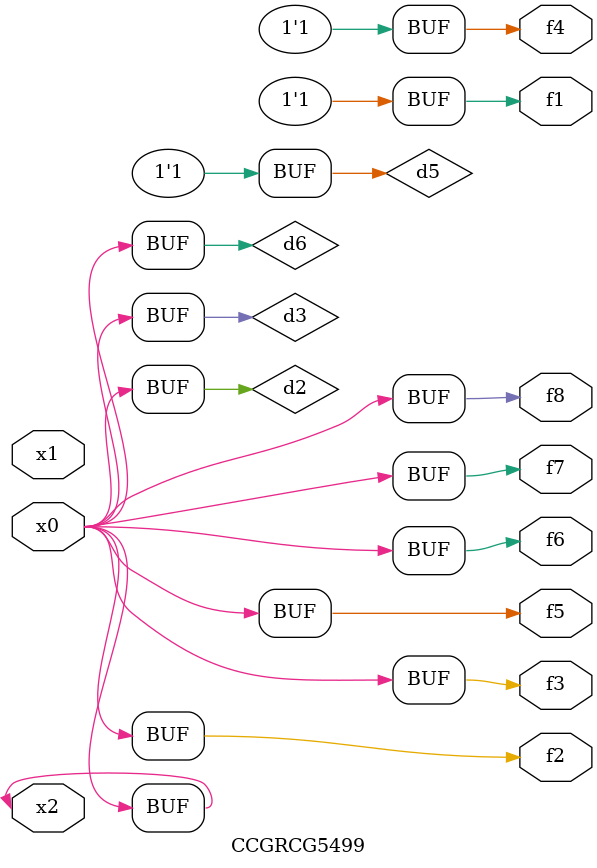
<source format=v>
module CCGRCG5499(
	input x0, x1, x2,
	output f1, f2, f3, f4, f5, f6, f7, f8
);

	wire d1, d2, d3, d4, d5, d6;

	xnor (d1, x2);
	buf (d2, x0, x2);
	and (d3, x0);
	xnor (d4, x1, x2);
	nand (d5, d1, d3);
	buf (d6, d2, d3);
	assign f1 = d5;
	assign f2 = d6;
	assign f3 = d6;
	assign f4 = d5;
	assign f5 = d6;
	assign f6 = d6;
	assign f7 = d6;
	assign f8 = d6;
endmodule

</source>
